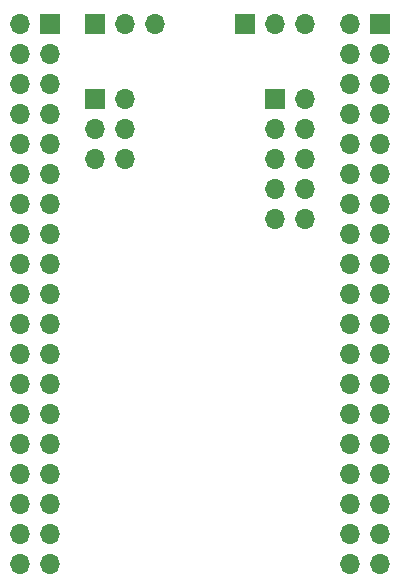
<source format=gbr>
%TF.GenerationSoftware,KiCad,Pcbnew,(5.1.9)-1*%
%TF.CreationDate,2021-09-08T19:44:18+09:00*%
%TF.ProjectId,esp-prog-adator,6573702d-7072-46f6-972d-616461746f72,rev?*%
%TF.SameCoordinates,Original*%
%TF.FileFunction,Soldermask,Bot*%
%TF.FilePolarity,Negative*%
%FSLAX46Y46*%
G04 Gerber Fmt 4.6, Leading zero omitted, Abs format (unit mm)*
G04 Created by KiCad (PCBNEW (5.1.9)-1) date 2021-09-08 19:44:18*
%MOMM*%
%LPD*%
G01*
G04 APERTURE LIST*
%ADD10O,1.700000X1.700000*%
%ADD11R,1.700000X1.700000*%
G04 APERTURE END LIST*
D10*
%TO.C,J1*%
X83820000Y-116840000D03*
X86360000Y-116840000D03*
X83820000Y-114300000D03*
X86360000Y-114300000D03*
X83820000Y-111760000D03*
X86360000Y-111760000D03*
X83820000Y-109220000D03*
X86360000Y-109220000D03*
X83820000Y-106680000D03*
X86360000Y-106680000D03*
X83820000Y-104140000D03*
X86360000Y-104140000D03*
X83820000Y-101600000D03*
X86360000Y-101600000D03*
X83820000Y-99060000D03*
X86360000Y-99060000D03*
X83820000Y-96520000D03*
X86360000Y-96520000D03*
X83820000Y-93980000D03*
X86360000Y-93980000D03*
X83820000Y-91440000D03*
X86360000Y-91440000D03*
X83820000Y-88900000D03*
X86360000Y-88900000D03*
X83820000Y-86360000D03*
X86360000Y-86360000D03*
X83820000Y-83820000D03*
X86360000Y-83820000D03*
X83820000Y-81280000D03*
X86360000Y-81280000D03*
X83820000Y-78740000D03*
X86360000Y-78740000D03*
X83820000Y-76200000D03*
X86360000Y-76200000D03*
X83820000Y-73660000D03*
X86360000Y-73660000D03*
X83820000Y-71120000D03*
D11*
X86360000Y-71120000D03*
%TD*%
%TO.C,J5*%
X90170000Y-71120000D03*
D10*
X92710000Y-71120000D03*
X95250000Y-71120000D03*
%TD*%
%TO.C,J6*%
X107950000Y-71120000D03*
X105410000Y-71120000D03*
D11*
X102870000Y-71120000D03*
%TD*%
%TO.C,J2*%
X114300000Y-71120000D03*
D10*
X111760000Y-71120000D03*
X114300000Y-73660000D03*
X111760000Y-73660000D03*
X114300000Y-76200000D03*
X111760000Y-76200000D03*
X114300000Y-78740000D03*
X111760000Y-78740000D03*
X114300000Y-81280000D03*
X111760000Y-81280000D03*
X114300000Y-83820000D03*
X111760000Y-83820000D03*
X114300000Y-86360000D03*
X111760000Y-86360000D03*
X114300000Y-88900000D03*
X111760000Y-88900000D03*
X114300000Y-91440000D03*
X111760000Y-91440000D03*
X114300000Y-93980000D03*
X111760000Y-93980000D03*
X114300000Y-96520000D03*
X111760000Y-96520000D03*
X114300000Y-99060000D03*
X111760000Y-99060000D03*
X114300000Y-101600000D03*
X111760000Y-101600000D03*
X114300000Y-104140000D03*
X111760000Y-104140000D03*
X114300000Y-106680000D03*
X111760000Y-106680000D03*
X114300000Y-109220000D03*
X111760000Y-109220000D03*
X114300000Y-111760000D03*
X111760000Y-111760000D03*
X114300000Y-114300000D03*
X111760000Y-114300000D03*
X114300000Y-116840000D03*
X111760000Y-116840000D03*
%TD*%
D11*
%TO.C,JTAG1*%
X105410000Y-77470000D03*
D10*
X107950000Y-77470000D03*
X105410000Y-80010000D03*
X107950000Y-80010000D03*
X105410000Y-82550000D03*
X107950000Y-82550000D03*
X105410000Y-85090000D03*
X107950000Y-85090000D03*
X105410000Y-87630000D03*
X107950000Y-87630000D03*
%TD*%
D11*
%TO.C,PROG1*%
X90170000Y-77470000D03*
D10*
X92710000Y-77470000D03*
X90170000Y-80010000D03*
X92710000Y-80010000D03*
X90170000Y-82550000D03*
X92710000Y-82550000D03*
%TD*%
M02*

</source>
